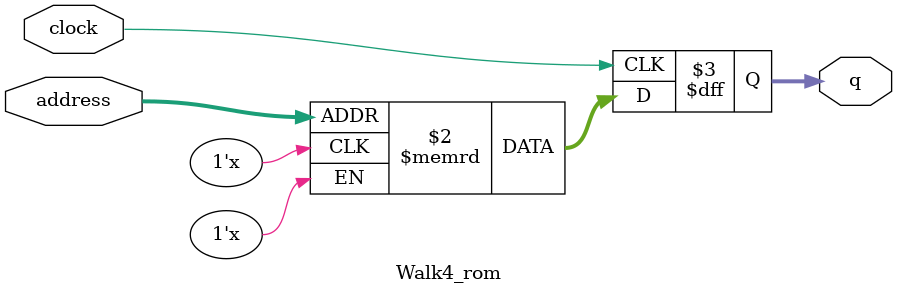
<source format=sv>
module Walk4_rom (
	input logic clock,
	input logic [12:0] address,
	output logic [2:0] q
);

logic [2:0] memory [0:5399] /* synthesis ram_init_file = "./Walk4/Walk4.mif" */;

always_ff @ (posedge clock) begin
	q <= memory[address];
end

endmodule

</source>
